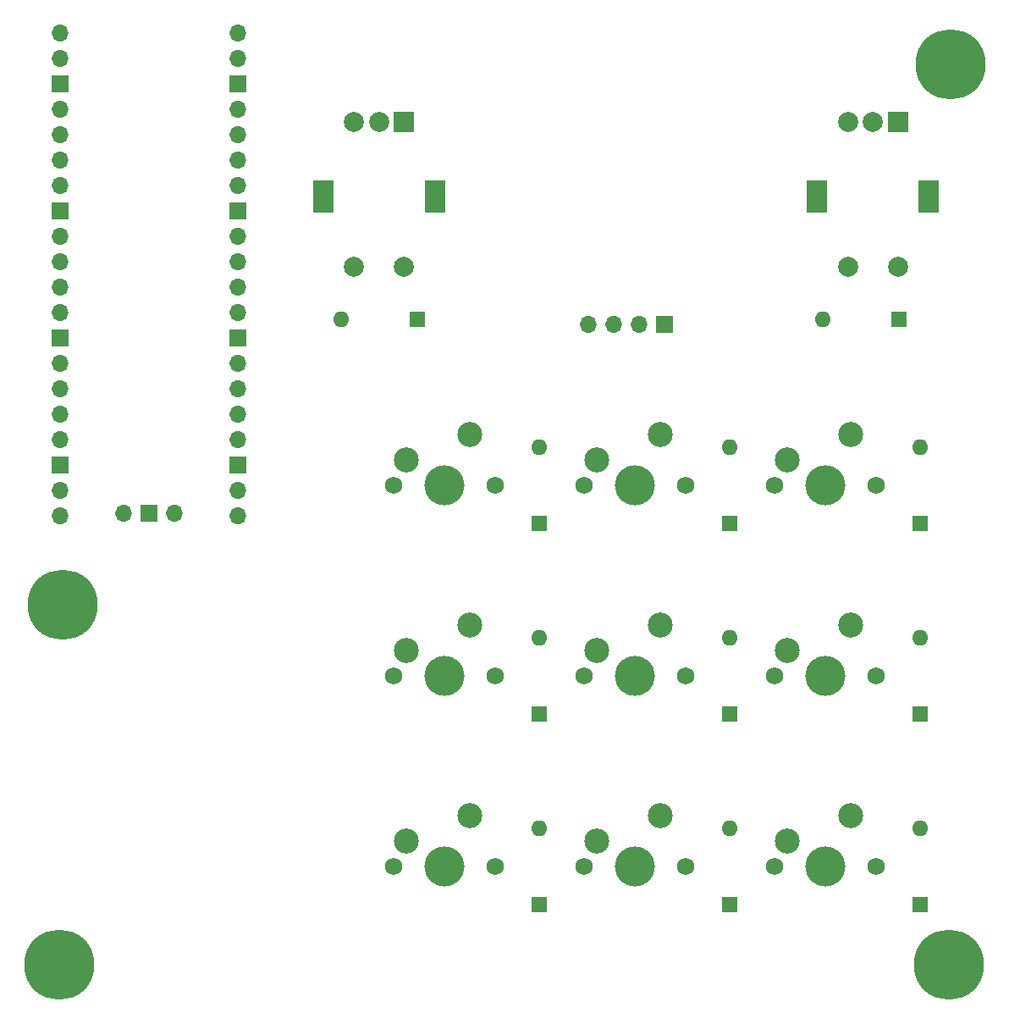
<source format=gbr>
%TF.GenerationSoftware,KiCad,Pcbnew,8.0.6*%
%TF.CreationDate,2025-04-30T12:18:25-07:00*%
%TF.ProjectId,Media_Macro_Controller,4d656469-615f-44d6-9163-726f5f436f6e,rev?*%
%TF.SameCoordinates,Original*%
%TF.FileFunction,Soldermask,Bot*%
%TF.FilePolarity,Negative*%
%FSLAX46Y46*%
G04 Gerber Fmt 4.6, Leading zero omitted, Abs format (unit mm)*
G04 Created by KiCad (PCBNEW 8.0.6) date 2025-04-30 12:18:25*
%MOMM*%
%LPD*%
G01*
G04 APERTURE LIST*
%ADD10O,1.700000X1.700000*%
%ADD11R,1.700000X1.700000*%
%ADD12C,1.750000*%
%ADD13C,4.000000*%
%ADD14C,2.500000*%
%ADD15C,0.800000*%
%ADD16C,7.000000*%
%ADD17R,2.000000X2.000000*%
%ADD18C,2.000000*%
%ADD19R,2.000000X3.200000*%
%ADD20R,1.600000X1.600000*%
%ADD21O,1.600000X1.600000*%
G04 APERTURE END LIST*
D10*
%TO.C,U2*%
X141595000Y-24035000D03*
X141595000Y-26575000D03*
D11*
X141595000Y-29115000D03*
D10*
X141595000Y-31655000D03*
X141595000Y-34195000D03*
X141595000Y-36735000D03*
X141595000Y-39275000D03*
D11*
X141595000Y-41815000D03*
D10*
X141595000Y-44355000D03*
X141595000Y-46895000D03*
X141595000Y-49435000D03*
X141595000Y-51975000D03*
D11*
X141595000Y-54515000D03*
D10*
X141595000Y-57055000D03*
X141595000Y-59595000D03*
X141595000Y-62135000D03*
X141595000Y-64675000D03*
D11*
X141595000Y-67215000D03*
D10*
X141595000Y-69755000D03*
X141595000Y-72295000D03*
X159375000Y-72295000D03*
X159375000Y-69755000D03*
D11*
X159375000Y-67215000D03*
D10*
X159375000Y-64675000D03*
X159375000Y-62135000D03*
X159375000Y-59595000D03*
X159375000Y-57055000D03*
D11*
X159375000Y-54515000D03*
D10*
X159375000Y-51975000D03*
X159375000Y-49435000D03*
X159375000Y-46895000D03*
X159375000Y-44355000D03*
D11*
X159375000Y-41815000D03*
D10*
X159375000Y-39275000D03*
X159375000Y-36735000D03*
X159375000Y-34195000D03*
X159375000Y-31655000D03*
D11*
X159375000Y-29115000D03*
D10*
X159375000Y-26575000D03*
X159375000Y-24035000D03*
X147945000Y-72065000D03*
D11*
X150485000Y-72065000D03*
D10*
X153025000Y-72065000D03*
%TD*%
D12*
%TO.C,S3*%
X213042500Y-69215000D03*
D13*
X218122500Y-69215000D03*
D12*
X223202500Y-69215000D03*
D14*
X214312500Y-66675000D03*
X220662500Y-64135000D03*
%TD*%
D15*
%TO.C,H3*%
X228003845Y-27165000D03*
X228772690Y-25308845D03*
X228772690Y-29021155D03*
X230628845Y-24540000D03*
D16*
X230628845Y-27165000D03*
D15*
X230628845Y-29790000D03*
X232485000Y-25308845D03*
X232485000Y-29021155D03*
X233253845Y-27165000D03*
%TD*%
D12*
%TO.C,S7*%
X174942500Y-107315000D03*
D13*
X180022500Y-107315000D03*
D12*
X185102500Y-107315000D03*
D14*
X176212500Y-104775000D03*
X182562500Y-102235000D03*
%TD*%
D12*
%TO.C,S5*%
X193992500Y-88265000D03*
D13*
X199072500Y-88265000D03*
D12*
X204152500Y-88265000D03*
D14*
X195262500Y-85725000D03*
X201612500Y-83185000D03*
%TD*%
D15*
%TO.C,H2*%
X138860000Y-117165000D03*
X139628845Y-115308845D03*
X139628845Y-119021155D03*
X141485000Y-114540000D03*
D16*
X141485000Y-117165000D03*
D15*
X141485000Y-119790000D03*
X143341155Y-115308845D03*
X143341155Y-119021155D03*
X144110000Y-117165000D03*
%TD*%
D12*
%TO.C,S8*%
X193992500Y-107315000D03*
D13*
X199072500Y-107315000D03*
D12*
X204152500Y-107315000D03*
D14*
X195262500Y-104775000D03*
X201612500Y-102235000D03*
%TD*%
D12*
%TO.C,S4*%
X174942500Y-88265000D03*
D13*
X180022500Y-88265000D03*
D12*
X185102500Y-88265000D03*
D14*
X176212500Y-85725000D03*
X182562500Y-83185000D03*
%TD*%
D17*
%TO.C,SW1*%
X175985000Y-32915000D03*
D18*
X170985000Y-32915000D03*
X173485000Y-32915000D03*
D19*
X179085000Y-40415000D03*
X167885000Y-40415000D03*
D18*
X170985000Y-47415000D03*
X175985000Y-47415000D03*
%TD*%
D12*
%TO.C,S6*%
X213042500Y-88265000D03*
D13*
X218122500Y-88265000D03*
D12*
X223202500Y-88265000D03*
D14*
X214312500Y-85725000D03*
X220662500Y-83185000D03*
%TD*%
D20*
%TO.C,D10*%
X225485000Y-52665000D03*
D21*
X217865000Y-52665000D03*
%TD*%
D11*
%TO.C,J1*%
X202025000Y-53165000D03*
D10*
X199485000Y-53165000D03*
X196945000Y-53165000D03*
X194405000Y-53165000D03*
%TD*%
D15*
%TO.C,H4*%
X227860000Y-117165000D03*
X228628845Y-115308845D03*
X228628845Y-119021155D03*
X230485000Y-114540000D03*
D16*
X230485000Y-117165000D03*
D15*
X230485000Y-119790000D03*
X232341155Y-115308845D03*
X232341155Y-119021155D03*
X233110000Y-117165000D03*
%TD*%
D12*
%TO.C,S1*%
X174942500Y-69215000D03*
D13*
X180022500Y-69215000D03*
D12*
X185102500Y-69215000D03*
D14*
X176212500Y-66675000D03*
X182562500Y-64135000D03*
%TD*%
D12*
%TO.C,S2*%
X193992500Y-69215000D03*
D13*
X199072500Y-69215000D03*
D12*
X204152500Y-69215000D03*
D14*
X195262500Y-66675000D03*
X201612500Y-64135000D03*
%TD*%
D12*
%TO.C,S9*%
X213042500Y-107315000D03*
D13*
X218122500Y-107315000D03*
D12*
X223202500Y-107315000D03*
D14*
X214312500Y-104775000D03*
X220662500Y-102235000D03*
%TD*%
D20*
%TO.C,D11*%
X177295000Y-52665000D03*
D21*
X169675000Y-52665000D03*
%TD*%
D17*
%TO.C,SW2*%
X225385000Y-32915000D03*
D18*
X220385000Y-32915000D03*
X222885000Y-32915000D03*
D19*
X228485000Y-40415000D03*
X217285000Y-40415000D03*
D18*
X220385000Y-47415000D03*
X225385000Y-47415000D03*
%TD*%
D15*
%TO.C,H1*%
X139235000Y-81165000D03*
X140003845Y-79308845D03*
X140003845Y-83021155D03*
X141860000Y-78540000D03*
D16*
X141860000Y-81165000D03*
D15*
X141860000Y-83790000D03*
X143716155Y-79308845D03*
X143716155Y-83021155D03*
X144485000Y-81165000D03*
%TD*%
D20*
%TO.C,D1*%
X208597500Y-73025000D03*
D21*
X208597500Y-65405000D03*
%TD*%
D20*
%TO.C,D4*%
X189547500Y-92075000D03*
D21*
X189547500Y-84455000D03*
%TD*%
D20*
%TO.C,D7*%
X189547500Y-111125000D03*
D21*
X189547500Y-103505000D03*
%TD*%
D20*
%TO.C,D8*%
X208597500Y-111125000D03*
D21*
X208597500Y-103505000D03*
%TD*%
D20*
%TO.C,D5*%
X208597500Y-92075000D03*
D21*
X208597500Y-84455000D03*
%TD*%
D20*
%TO.C,D2*%
X189547500Y-73025000D03*
D21*
X189547500Y-65405000D03*
%TD*%
D20*
%TO.C,D9*%
X227647500Y-111125000D03*
D21*
X227647500Y-103505000D03*
%TD*%
D20*
%TO.C,D6*%
X227647500Y-92075000D03*
D21*
X227647500Y-84455000D03*
%TD*%
D20*
%TO.C,D3*%
X227647500Y-73025000D03*
D21*
X227647500Y-65405000D03*
%TD*%
M02*

</source>
